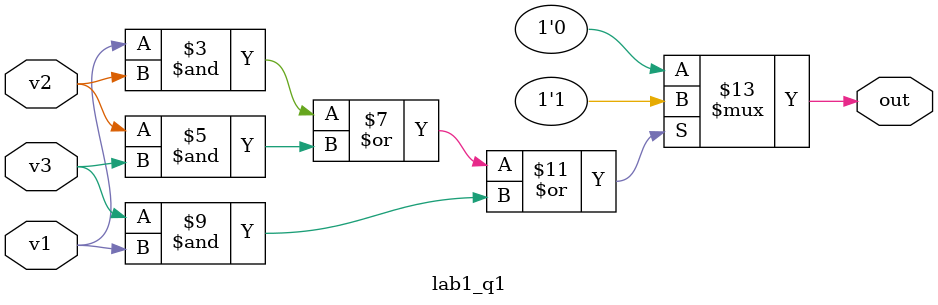
<source format=v>


// and(w1,v1,v2);
// and(w2,v2,v3);
// and(w3,v1,v3);

// or(out,w1,w2,w3);

// endmodule



//REGISTER TRANSFER LEVEL
// module lab1_q1(out,v1,v2,v3);

// input v1,v2,v3;
// output out;

// assign out = (v1 & v2) | (v2 & v3) | (v1 & v3);

// endmodule


//BEHAVIORAL LEVEL
module lab1_q1(out,v1,v2,v3);

input v1,v2,v3;
output reg out;

always @(v1, v2, v3) 
    begin
        if ((v1 & & v2) | | (v2 & & v3) | | (v3 & & v1))
            out = 1; 
        else
            out = 0; 
    end

endmodule


</source>
